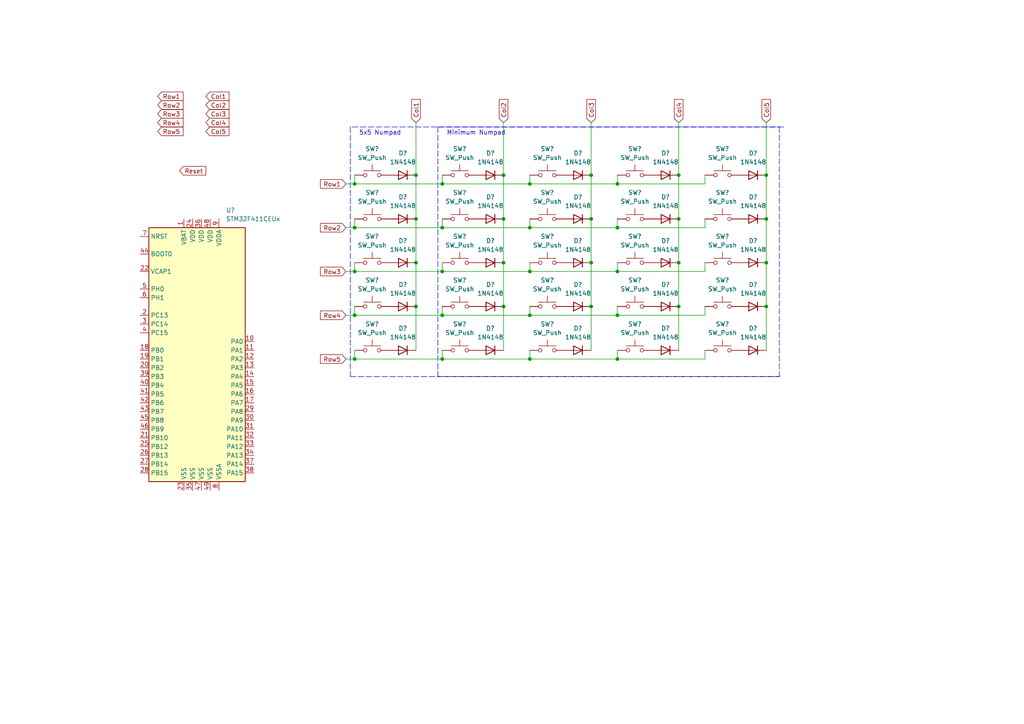
<source format=kicad_sch>
(kicad_sch (version 20211123) (generator eeschema)
  (paper "A4")
  (lib_symbols
    (symbol "Diode:1N4148" (pin_numbers hide) (pin_names hide)
      (property "Reference" "D" (at 0 2.54 0))
      (property "Value" "1N4148" (at 0 -2.54 0))
      (symbol "1N4148_0_1"
        (polyline (pts (xy -1.27 1.27) (xy -1.27 -1.27)) (stroke (width 0.254)))
        (polyline (pts (xy 1.27 0) (xy -1.27 0)))
        (polyline (pts (xy 1.27 1.27) (xy 1.27 -1.27) (xy -1.27 0) (xy 1.27 1.27)) (stroke (width 0.254)))
      )
      (symbol "1N4148_1_1"
        (pin passive line (at -3.81 0 0) (length 2.54) (name "K") (number "1"))
        (pin passive line (at 3.81 0 180) (length 2.54) (name "A") (number "2"))
      )
    )
    (symbol "MCU_ST_STM32F4:STM32F411CEUx"
      (property "Reference" "U" (at -15.24 36.83 0))
      (property "Value" "STM32F411CEUx" (at 7.62 36.83 0))
      (symbol "STM32F411CEUx_0_1"
        (rectangle (start -15.24 -38.1) (end 12.7 35.56) (stroke (width 0.254)) (fill (type background)))
      )
      (symbol "STM32F411CEUx_1_1"
        (pin power_in line (at -5.08 38.1 270) (length 2.54) (name "VBAT") (number "1"))
        (pin bidirectional line (at 15.24 2.54 180) (length 2.54) (name "PA0") (number "10"))
        (pin bidirectional line (at 15.24 0 180) (length 2.54) (name "PA1") (number "11"))
        (pin bidirectional line (at 15.24 -2.54 180) (length 2.54) (name "PA2") (number "12"))
        (pin bidirectional line (at 15.24 -5.08 180) (length 2.54) (name "PA3") (number "13"))
        (pin bidirectional line (at 15.24 -7.62 180) (length 2.54) (name "PA4") (number "14"))
        (pin bidirectional line (at 15.24 -10.16 180) (length 2.54) (name "PA5") (number "15"))
        (pin bidirectional line (at 15.24 -12.7 180) (length 2.54) (name "PA6") (number "16"))
        (pin bidirectional line (at 15.24 -15.24 180) (length 2.54) (name "PA7") (number "17"))
        (pin bidirectional line (at -17.78 0 0) (length 2.54) (name "PB0") (number "18"))
        (pin bidirectional line (at -17.78 -2.54 0) (length 2.54) (name "PB1") (number "19"))
        (pin bidirectional line (at -17.78 10.16 0) (length 2.54) (name "PC13") (number "2"))
        (pin bidirectional line (at -17.78 -5.08 0) (length 2.54) (name "PB2") (number "20"))
        (pin bidirectional line (at -17.78 -25.4 0) (length 2.54) (name "PB10") (number "21"))
        (pin power_in line (at -17.78 22.86 0) (length 2.54) (name "VCAP1") (number "22"))
        (pin power_in line (at -5.08 -40.64 90) (length 2.54) (name "VSS") (number "23"))
        (pin power_in line (at -2.54 38.1 270) (length 2.54) (name "VDD") (number "24"))
        (pin bidirectional line (at -17.78 -27.94 0) (length 2.54) (name "PB12") (number "25"))
        (pin bidirectional line (at -17.78 -30.48 0) (length 2.54) (name "PB13") (number "26"))
        (pin bidirectional line (at -17.78 -33.02 0) (length 2.54) (name "PB14") (number "27"))
        (pin bidirectional line (at -17.78 -35.56 0) (length 2.54) (name "PB15") (number "28"))
        (pin bidirectional line (at 15.24 -17.78 180) (length 2.54) (name "PA8") (number "29"))
        (pin bidirectional line (at -17.78 7.62 0) (length 2.54) (name "PC14") (number "3"))
        (pin bidirectional line (at 15.24 -20.32 180) (length 2.54) (name "PA9") (number "30"))
        (pin bidirectional line (at 15.24 -22.86 180) (length 2.54) (name "PA10") (number "31"))
        (pin bidirectional line (at 15.24 -25.4 180) (length 2.54) (name "PA11") (number "32"))
        (pin bidirectional line (at 15.24 -27.94 180) (length 2.54) (name "PA12") (number "33"))
        (pin bidirectional line (at 15.24 -30.48 180) (length 2.54) (name "PA13") (number "34"))
        (pin power_in line (at -2.54 -40.64 90) (length 2.54) (name "VSS") (number "35"))
        (pin power_in line (at 0 38.1 270) (length 2.54) (name "VDD") (number "36"))
        (pin bidirectional line (at 15.24 -33.02 180) (length 2.54) (name "PA14") (number "37"))
        (pin bidirectional line (at 15.24 -35.56 180) (length 2.54) (name "PA15") (number "38"))
        (pin bidirectional line (at -17.78 -7.62 0) (length 2.54) (name "PB3") (number "39"))
        (pin bidirectional line (at -17.78 5.08 0) (length 2.54) (name "PC15") (number "4"))
        (pin bidirectional line (at -17.78 -10.16 0) (length 2.54) (name "PB4") (number "40"))
        (pin bidirectional line (at -17.78 -12.7 0) (length 2.54) (name "PB5") (number "41"))
        (pin bidirectional line (at -17.78 -15.24 0) (length 2.54) (name "PB6") (number "42"))
        (pin bidirectional line (at -17.78 -17.78 0) (length 2.54) (name "PB7") (number "43"))
        (pin input line (at -17.78 27.94 0) (length 2.54) (name "BOOT0") (number "44"))
        (pin bidirectional line (at -17.78 -20.32 0) (length 2.54) (name "PB8") (number "45"))
        (pin bidirectional line (at -17.78 -22.86 0) (length 2.54) (name "PB9") (number "46"))
        (pin power_in line (at 0 -40.64 90) (length 2.54) (name "VSS") (number "47"))
        (pin power_in line (at 2.54 38.1 270) (length 2.54) (name "VDD") (number "48"))
        (pin power_in line (at 2.54 -40.64 90) (length 2.54) (name "VSS") (number "49"))
        (pin input line (at -17.78 17.78 0) (length 2.54) (name "PH0") (number "5"))
        (pin input line (at -17.78 15.24 0) (length 2.54) (name "PH1") (number "6"))
        (pin input line (at -17.78 33.02 0) (length 2.54) (name "NRST") (number "7"))
        (pin power_in line (at 5.08 -40.64 90) (length 2.54) (name "VSSA") (number "8"))
        (pin power_in line (at 5.08 38.1 270) (length 2.54) (name "VDDA") (number "9"))
      )
    )
    (symbol "Switch:SW_Push" (pin_numbers hide) (pin_names (offset 1.016) hide)
      (property "Reference" "SW" (at 1.27 2.54 0))
      (property "Value" "SW_Push" (at 0 -1.524 0))
      (symbol "SW_Push_0_1"
        (circle (center -2.032 0) (radius 0.508))
        (polyline (pts (xy 0 1.27) (xy 0 3.048)))
        (polyline (pts (xy 2.54 1.27) (xy -2.54 1.27)))
        (circle (center 2.032 0) (radius 0.508))
        (pin passive line (at -5.08 0 0) (length 2.54) (name "1") (number "1"))
        (pin passive line (at 5.08 0 180) (length 2.54) (name "2") (number "2"))
      )
    )
  )
  (junction (at 196.85 50.8))
  (junction (at 102.87 53.34))
  (junction (at 146.05 88.9))
  (junction (at 153.67 66.04))
  (junction (at 171.45 63.5))
  (junction (at 128.27 78.74))
  (junction (at 102.87 78.74))
  (junction (at 102.87 91.44))
  (junction (at 179.07 91.44))
  (junction (at 196.85 76.2))
  (junction (at 120.65 50.8))
  (junction (at 146.05 50.8))
  (junction (at 153.67 78.74))
  (junction (at 171.45 76.2))
  (junction (at 196.85 88.9))
  (junction (at 171.45 88.9))
  (junction (at 120.65 88.9))
  (junction (at 128.27 91.44))
  (junction (at 179.07 53.34))
  (junction (at 128.27 104.14))
  (junction (at 222.25 50.8))
  (junction (at 128.27 53.34))
  (junction (at 120.65 76.2))
  (junction (at 128.27 66.04))
  (junction (at 222.25 88.9))
  (junction (at 171.45 50.8))
  (junction (at 196.85 63.5))
  (junction (at 179.07 66.04))
  (junction (at 146.05 76.2))
  (junction (at 179.07 78.74))
  (junction (at 146.05 63.5))
  (junction (at 153.67 91.44))
  (junction (at 153.67 104.14))
  (junction (at 222.25 63.5))
  (junction (at 153.67 53.34))
  (junction (at 102.87 104.14))
  (junction (at 120.65 63.5))
  (junction (at 179.07 104.14))
  (junction (at 102.87 66.04))
  (junction (at 222.25 76.2))
  (polyline (pts (xy 101.6 109.22) (xy 226.06 109.22)))
  (wire (pts (xy 102.87 104.14) (xy 128.27 104.14)))
  (wire (pts (xy 120.65 76.2) (xy 120.65 88.9)))
  (wire (pts (xy 222.25 50.8) (xy 222.25 63.5)))
  (wire (pts (xy 196.85 76.2) (xy 196.85 88.9)))
  (wire (pts (xy 179.07 78.74) (xy 204.47 78.74)))
  (wire (pts (xy 102.87 91.44) (xy 128.27 91.44)))
  (wire (pts (xy 102.87 78.74) (xy 128.27 78.74)))
  (wire (pts (xy 128.27 91.44) (xy 153.67 91.44)))
  (wire (pts (xy 204.47 88.9) (xy 204.47 91.44)))
  (wire (pts (xy 102.87 76.2) (xy 102.87 78.74)))
  (wire (pts (xy 171.45 63.5) (xy 171.45 76.2)))
  (wire (pts (xy 196.85 88.9) (xy 196.85 101.6)))
  (wire (pts (xy 100.33 53.34) (xy 102.87 53.34)))
  (wire (pts (xy 128.27 63.5) (xy 128.27 66.04)))
  (wire (pts (xy 204.47 63.5) (xy 204.47 66.04)))
  (wire (pts (xy 179.07 88.9) (xy 179.07 91.44)))
  (wire (pts (xy 146.05 50.8) (xy 146.05 63.5)))
  (wire (pts (xy 204.47 101.6) (xy 204.47 104.14)))
  (wire (pts (xy 171.45 88.9) (xy 171.45 101.6)))
  (wire (pts (xy 102.87 50.8) (xy 102.87 53.34)))
  (wire (pts (xy 102.87 63.5) (xy 102.87 66.04)))
  (wire (pts (xy 153.67 101.6) (xy 153.67 104.14)))
  (wire (pts (xy 171.45 76.2) (xy 171.45 88.9)))
  (wire (pts (xy 179.07 76.2) (xy 179.07 78.74)))
  (wire (pts (xy 222.25 76.2) (xy 222.25 88.9)))
  (wire (pts (xy 153.67 88.9) (xy 153.67 91.44)))
  (polyline (pts (xy 226.06 36.83) (xy 226.06 109.22)))
  (wire (pts (xy 196.85 63.5) (xy 196.85 76.2)))
  (wire (pts (xy 120.65 50.8) (xy 120.65 63.5)))
  (wire (pts (xy 128.27 50.8) (xy 128.27 53.34)))
  (wire (pts (xy 102.87 66.04) (xy 128.27 66.04)))
  (wire (pts (xy 146.05 76.2) (xy 146.05 88.9)))
  (wire (pts (xy 179.07 101.6) (xy 179.07 104.14)))
  (polyline (pts (xy 226.06 109.22) (xy 127 109.22)))
  (wire (pts (xy 153.67 50.8) (xy 153.67 53.34)))
  (wire (pts (xy 179.07 63.5) (xy 179.07 66.04)))
  (wire (pts (xy 179.07 66.04) (xy 204.47 66.04)))
  (wire (pts (xy 102.87 53.34) (xy 128.27 53.34)))
  (wire (pts (xy 179.07 91.44) (xy 204.47 91.44)))
  (wire (pts (xy 196.85 50.8) (xy 196.85 63.5)))
  (wire (pts (xy 128.27 104.14) (xy 153.67 104.14)))
  (wire (pts (xy 120.65 63.5) (xy 120.65 76.2)))
  (wire (pts (xy 102.87 88.9) (xy 102.87 91.44)))
  (wire (pts (xy 204.47 76.2) (xy 204.47 78.74)))
  (wire (pts (xy 120.65 35.56) (xy 120.65 50.8)))
  (wire (pts (xy 153.67 78.74) (xy 179.07 78.74)))
  (wire (pts (xy 102.87 101.6) (xy 102.87 104.14)))
  (wire (pts (xy 100.33 66.04) (xy 102.87 66.04)))
  (wire (pts (xy 204.47 50.8) (xy 204.47 53.34)))
  (wire (pts (xy 100.33 78.74) (xy 102.87 78.74)))
  (wire (pts (xy 120.65 88.9) (xy 120.65 101.6)))
  (wire (pts (xy 128.27 88.9) (xy 128.27 91.44)))
  (polyline (pts (xy 101.6 36.83) (xy 101.6 109.22)))
  (wire (pts (xy 128.27 66.04) (xy 153.67 66.04)))
  (polyline (pts (xy 127 36.83) (xy 127 109.22)))
  (wire (pts (xy 153.67 63.5) (xy 153.67 66.04)))
  (wire (pts (xy 128.27 53.34) (xy 153.67 53.34)))
  (wire (pts (xy 222.25 88.9) (xy 222.25 101.6)))
  (polyline (pts (xy 227.33 36.83) (xy 101.6 36.83)))
  (wire (pts (xy 128.27 78.74) (xy 153.67 78.74)))
  (wire (pts (xy 153.67 104.14) (xy 179.07 104.14)))
  (wire (pts (xy 222.25 63.5) (xy 222.25 76.2)))
  (wire (pts (xy 179.07 50.8) (xy 179.07 53.34)))
  (wire (pts (xy 153.67 66.04) (xy 179.07 66.04)))
  (wire (pts (xy 222.25 35.56) (xy 222.25 50.8)))
  (polyline (pts (xy 127 36.83) (xy 226.06 36.83)))
  (wire (pts (xy 146.05 88.9) (xy 146.05 101.6)))
  (wire (pts (xy 196.85 35.56) (xy 196.85 50.8)))
  (wire (pts (xy 128.27 101.6) (xy 128.27 104.14)))
  (wire (pts (xy 146.05 63.5) (xy 146.05 76.2)))
  (wire (pts (xy 171.45 35.56) (xy 171.45 50.8)))
  (wire (pts (xy 146.05 35.56) (xy 146.05 50.8)))
  (wire (pts (xy 100.33 104.14) (xy 102.87 104.14)))
  (wire (pts (xy 171.45 50.8) (xy 171.45 63.5)))
  (wire (pts (xy 153.67 53.34) (xy 179.07 53.34)))
  (wire (pts (xy 100.33 91.44) (xy 102.87 91.44)))
  (wire (pts (xy 153.67 91.44) (xy 179.07 91.44)))
  (wire (pts (xy 128.27 76.2) (xy 128.27 78.74)))
  (wire (pts (xy 179.07 53.34) (xy 204.47 53.34)))
  (wire (pts (xy 179.07 104.14) (xy 204.47 104.14)))
  (wire (pts (xy 153.67 76.2) (xy 153.67 78.74)))
  (text "Minimum Numpad" (at 129.54 39.37 0) (effects (font (size 1.27 1.27)) (justify left bottom)))
  (text "5x5 Numpad" (at 104.14 39.37 0) (effects (font (size 1.27 1.27)) (justify left bottom)))
  (global_label "Row4" (shape input) (at 100.33 91.44 180) (property "Intersheet References" "${INTERSHEET_REFS}" (effects hide)))
  (global_label "Row3" (shape input) (at 45.72 33.02 0) (property "Intersheet References" "${INTERSHEET_REFS}" (effects hide)))
  (global_label "Col3" (shape input) (at 59.69 33.02 0) (property "Intersheet References" "${INTERSHEET_REFS}" (effects hide)))
  (global_label "Row4" (shape input) (at 45.72 35.56 0) (property "Intersheet References" "${INTERSHEET_REFS}" (effects hide)))
  (global_label "Col1" (shape input) (at 120.65 35.56 90) (property "Intersheet References" "${INTERSHEET_REFS}" (effects hide)))
  (global_label "Col4" (shape input) (at 196.85 35.56 90) (property "Intersheet References" "${INTERSHEET_REFS}" (effects hide)))
  (global_label "Col2" (shape input) (at 59.69 30.48 0) (property "Intersheet References" "${INTERSHEET_REFS}" (effects hide)))
  (global_label "Col2" (shape input) (at 146.05 35.56 90) (property "Intersheet References" "${INTERSHEET_REFS}" (effects hide)))
  (global_label "Row5" (shape input) (at 45.72 38.1 0) (property "Intersheet References" "${INTERSHEET_REFS}" (effects hide)))
  (global_label "Col4" (shape input) (at 59.69 35.56 0) (property "Intersheet References" "${INTERSHEET_REFS}" (effects hide)))
  (global_label "Reset" (shape input) (at 52.07 49.53 0) (property "Intersheet References" "${INTERSHEET_REFS}" (effects hide)))
  (global_label "Row5" (shape input) (at 100.33 104.14 180) (property "Intersheet References" "${INTERSHEET_REFS}" (effects hide)))
  (global_label "Row2" (shape input) (at 100.33 66.04 180) (property "Intersheet References" "${INTERSHEET_REFS}" (effects hide)))
  (global_label "Row3" (shape input) (at 100.33 78.74 180) (property "Intersheet References" "${INTERSHEET_REFS}" (effects hide)))
  (global_label "Col5" (shape input) (at 59.69 38.1 0) (property "Intersheet References" "${INTERSHEET_REFS}" (effects hide)))
  (global_label "Row1" (shape input) (at 100.33 53.34 180) (property "Intersheet References" "${INTERSHEET_REFS}" (effects hide)))
  (global_label "Row2" (shape input) (at 45.72 30.48 0) (property "Intersheet References" "${INTERSHEET_REFS}" (effects hide)))
  (global_label "Col1" (shape input) (at 59.69 27.94 0) (property "Intersheet References" "${INTERSHEET_REFS}" (effects hide)))
  (global_label "Col3" (shape input) (at 171.45 35.56 90) (property "Intersheet References" "${INTERSHEET_REFS}" (effects hide)))
  (global_label "Row1" (shape input) (at 45.72 27.94 0) (property "Intersheet References" "${INTERSHEET_REFS}" (effects hide)))
  (global_label "Col5" (shape input) (at 222.25 35.56 90) (property "Intersheet References" "${INTERSHEET_REFS}" (effects hide)))
  (symbol (lib_id "Diode:1N4148") (at 167.64 76.2 180) (unit 1)
    (property "Reference" "D?" (at 167.64 69.85 0))
    (property "Value" "1N4148" (at 167.64 72.39 0))
    (property "Footprint" "Diode_THT:D_DO-35_SOD27_P7.62mm_Horizontal" (effects hide))
    (property "Datasheet" "https://assets.nexperia.com/documents/data-sheet/1N4148_1N4448.pdf" (effects hide))
  )
  (symbol (lib_id "Diode:1N4148") (at 116.84 76.2 180) (unit 1)
    (property "Reference" "D?" (at 116.84 69.85 0))
    (property "Value" "1N4148" (at 116.84 72.39 0))
    (property "Footprint" "Diode_THT:D_DO-35_SOD27_P7.62mm_Horizontal" (effects hide))
    (property "Datasheet" "https://assets.nexperia.com/documents/data-sheet/1N4148_1N4448.pdf" (effects hide))
  )
  (symbol (lib_id "Diode:1N4148") (at 116.84 63.5 180) (unit 1)
    (property "Reference" "D?" (at 116.84 57.15 0))
    (property "Value" "1N4148" (at 116.84 59.69 0))
    (property "Footprint" "Diode_THT:D_DO-35_SOD27_P7.62mm_Horizontal" (effects hide))
    (property "Datasheet" "https://assets.nexperia.com/documents/data-sheet/1N4148_1N4448.pdf" (effects hide))
  )
  (symbol (lib_id "Switch:SW_Push") (at 133.35 50.8 0) (unit 1)
    (property "Reference" "SW?" (at 133.35 43.18 0))
    (property "Value" "SW_Push" (at 133.35 45.72 0))
  )
  (symbol (lib_id "Switch:SW_Push") (at 107.95 63.5 0) (unit 1)
    (property "Reference" "SW?" (at 107.95 55.88 0))
    (property "Value" "SW_Push" (at 107.95 58.42 0))
  )
  (symbol (lib_id "Diode:1N4148") (at 167.64 101.6 180) (unit 1)
    (property "Reference" "D?" (at 167.64 95.25 0))
    (property "Value" "1N4148" (at 167.64 97.79 0))
    (property "Footprint" "Diode_THT:D_DO-35_SOD27_P7.62mm_Horizontal" (effects hide))
    (property "Datasheet" "https://assets.nexperia.com/documents/data-sheet/1N4148_1N4448.pdf" (effects hide))
  )
  (symbol (lib_id "Switch:SW_Push") (at 158.75 88.9 0) (unit 1)
    (property "Reference" "SW?" (at 158.75 81.28 0))
    (property "Value" "SW_Push" (at 158.75 83.82 0))
  )
  (symbol (lib_id "Switch:SW_Push") (at 158.75 76.2 0) (unit 1)
    (property "Reference" "SW?" (at 158.75 68.58 0))
    (property "Value" "SW_Push" (at 158.75 71.12 0))
  )
  (symbol (lib_id "Switch:SW_Push") (at 107.95 101.6 0) (unit 1)
    (property "Reference" "SW?" (at 107.95 93.98 0))
    (property "Value" "SW_Push" (at 107.95 96.52 0))
  )
  (symbol (lib_id "Switch:SW_Push") (at 184.15 63.5 0) (unit 1)
    (property "Reference" "SW?" (at 184.15 55.88 0))
    (property "Value" "SW_Push" (at 184.15 58.42 0))
  )
  (symbol (lib_id "Diode:1N4148") (at 167.64 88.9 180) (unit 1)
    (property "Reference" "D?" (at 167.64 82.55 0))
    (property "Value" "1N4148" (at 167.64 85.09 0))
    (property "Footprint" "Diode_THT:D_DO-35_SOD27_P7.62mm_Horizontal" (effects hide))
    (property "Datasheet" "https://assets.nexperia.com/documents/data-sheet/1N4148_1N4448.pdf" (effects hide))
  )
  (symbol (lib_id "Switch:SW_Push") (at 184.15 88.9 0) (unit 1)
    (property "Reference" "SW?" (at 184.15 81.28 0))
    (property "Value" "SW_Push" (at 184.15 83.82 0))
  )
  (symbol (lib_id "Diode:1N4148") (at 218.44 101.6 180) (unit 1)
    (property "Reference" "D?" (at 218.44 95.25 0))
    (property "Value" "1N4148" (at 218.44 97.79 0))
    (property "Footprint" "Diode_THT:D_DO-35_SOD27_P7.62mm_Horizontal" (effects hide))
    (property "Datasheet" "https://assets.nexperia.com/documents/data-sheet/1N4148_1N4448.pdf" (effects hide))
  )
  (symbol (lib_id "Diode:1N4148") (at 142.24 63.5 180) (unit 1)
    (property "Reference" "D?" (at 142.24 57.15 0))
    (property "Value" "1N4148" (at 142.24 59.69 0))
    (property "Footprint" "Diode_THT:D_DO-35_SOD27_P7.62mm_Horizontal" (effects hide))
    (property "Datasheet" "https://assets.nexperia.com/documents/data-sheet/1N4148_1N4448.pdf" (effects hide))
  )
  (symbol (lib_id "Diode:1N4148") (at 142.24 88.9 180) (unit 1)
    (property "Reference" "D?" (at 142.24 82.55 0))
    (property "Value" "1N4148" (at 142.24 85.09 0))
    (property "Footprint" "Diode_THT:D_DO-35_SOD27_P7.62mm_Horizontal" (effects hide))
    (property "Datasheet" "https://assets.nexperia.com/documents/data-sheet/1N4148_1N4448.pdf" (effects hide))
  )
  (symbol (lib_id "Switch:SW_Push") (at 133.35 88.9 0) (unit 1)
    (property "Reference" "SW?" (at 133.35 81.28 0))
    (property "Value" "SW_Push" (at 133.35 83.82 0))
  )
  (symbol (lib_id "Switch:SW_Push") (at 133.35 76.2 0) (unit 1)
    (property "Reference" "SW?" (at 133.35 68.58 0))
    (property "Value" "SW_Push" (at 133.35 71.12 0))
  )
  (symbol (lib_id "Switch:SW_Push") (at 133.35 63.5 0) (unit 1)
    (property "Reference" "SW?" (at 133.35 55.88 0))
    (property "Value" "SW_Push" (at 133.35 58.42 0))
  )
  (symbol (lib_id "Switch:SW_Push") (at 107.95 88.9 0) (unit 1)
    (property "Reference" "SW?" (at 107.95 81.28 0))
    (property "Value" "SW_Push" (at 107.95 83.82 0))
  )
  (symbol (lib_id "Diode:1N4148") (at 218.44 63.5 180) (unit 1)
    (property "Reference" "D?" (at 218.44 57.15 0))
    (property "Value" "1N4148" (at 218.44 59.69 0))
    (property "Footprint" "Diode_THT:D_DO-35_SOD27_P7.62mm_Horizontal" (effects hide))
    (property "Datasheet" "https://assets.nexperia.com/documents/data-sheet/1N4148_1N4448.pdf" (effects hide))
  )
  (symbol (lib_id "Switch:SW_Push") (at 184.15 101.6 0) (unit 1)
    (property "Reference" "SW?" (at 184.15 93.98 0))
    (property "Value" "SW_Push" (at 184.15 96.52 0))
  )
  (symbol (lib_id "Diode:1N4148") (at 193.04 76.2 180) (unit 1)
    (property "Reference" "D?" (at 193.04 69.85 0))
    (property "Value" "1N4148" (at 193.04 72.39 0))
    (property "Footprint" "Diode_THT:D_DO-35_SOD27_P7.62mm_Horizontal" (effects hide))
    (property "Datasheet" "https://assets.nexperia.com/documents/data-sheet/1N4148_1N4448.pdf" (effects hide))
  )
  (symbol (lib_id "Diode:1N4148") (at 167.64 50.8 180) (unit 1)
    (property "Reference" "D?" (at 167.64 44.45 0))
    (property "Value" "1N4148" (at 167.64 46.99 0))
    (property "Footprint" "Diode_THT:D_DO-35_SOD27_P7.62mm_Horizontal" (effects hide))
    (property "Datasheet" "https://assets.nexperia.com/documents/data-sheet/1N4148_1N4448.pdf" (effects hide))
  )
  (symbol (lib_id "Diode:1N4148") (at 116.84 101.6 180) (unit 1)
    (property "Reference" "D?" (at 116.84 95.25 0))
    (property "Value" "1N4148" (at 116.84 97.79 0))
    (property "Footprint" "Diode_THT:D_DO-35_SOD27_P7.62mm_Horizontal" (effects hide))
    (property "Datasheet" "https://assets.nexperia.com/documents/data-sheet/1N4148_1N4448.pdf" (effects hide))
  )
  (symbol (lib_id "Diode:1N4148") (at 167.64 63.5 180) (unit 1)
    (property "Reference" "D?" (at 167.64 57.15 0))
    (property "Value" "1N4148" (at 167.64 59.69 0))
    (property "Footprint" "Diode_THT:D_DO-35_SOD27_P7.62mm_Horizontal" (effects hide))
    (property "Datasheet" "https://assets.nexperia.com/documents/data-sheet/1N4148_1N4448.pdf" (effects hide))
  )
  (symbol (lib_id "Switch:SW_Push") (at 184.15 76.2 0) (unit 1)
    (property "Reference" "SW?" (at 184.15 68.58 0))
    (property "Value" "SW_Push" (at 184.15 71.12 0))
  )
  (symbol (lib_id "Switch:SW_Push") (at 209.55 101.6 0) (unit 1)
    (property "Reference" "SW?" (at 209.55 93.98 0))
    (property "Value" "SW_Push" (at 209.55 96.52 0))
  )
  (symbol (lib_id "Diode:1N4148") (at 193.04 63.5 180) (unit 1)
    (property "Reference" "D?" (at 193.04 57.15 0))
    (property "Value" "1N4148" (at 193.04 59.69 0))
    (property "Footprint" "Diode_THT:D_DO-35_SOD27_P7.62mm_Horizontal" (effects hide))
    (property "Datasheet" "https://assets.nexperia.com/documents/data-sheet/1N4148_1N4448.pdf" (effects hide))
  )
  (symbol (lib_id "Diode:1N4148") (at 218.44 50.8 180) (unit 1)
    (property "Reference" "D?" (at 218.44 44.45 0))
    (property "Value" "1N4148" (at 218.44 46.99 0))
    (property "Footprint" "Diode_THT:D_DO-35_SOD27_P7.62mm_Horizontal" (effects hide))
    (property "Datasheet" "https://assets.nexperia.com/documents/data-sheet/1N4148_1N4448.pdf" (effects hide))
  )
  (symbol (lib_id "Diode:1N4148") (at 218.44 88.9 180) (unit 1)
    (property "Reference" "D?" (at 218.44 82.55 0))
    (property "Value" "1N4148" (at 218.44 85.09 0))
    (property "Footprint" "Diode_THT:D_DO-35_SOD27_P7.62mm_Horizontal" (effects hide))
    (property "Datasheet" "https://assets.nexperia.com/documents/data-sheet/1N4148_1N4448.pdf" (effects hide))
  )
  (symbol (lib_id "Diode:1N4148") (at 193.04 88.9 180) (unit 1)
    (property "Reference" "D?" (at 193.04 82.55 0))
    (property "Value" "1N4148" (at 193.04 85.09 0))
    (property "Footprint" "Diode_THT:D_DO-35_SOD27_P7.62mm_Horizontal" (effects hide))
    (property "Datasheet" "https://assets.nexperia.com/documents/data-sheet/1N4148_1N4448.pdf" (effects hide))
  )
  (symbol (lib_id "Switch:SW_Push") (at 158.75 101.6 0) (unit 1)
    (property "Reference" "SW?" (at 158.75 93.98 0))
    (property "Value" "SW_Push" (at 158.75 96.52 0))
  )
  (symbol (lib_id "Diode:1N4148") (at 218.44 76.2 180) (unit 1)
    (property "Reference" "D?" (at 218.44 69.85 0))
    (property "Value" "1N4148" (at 218.44 72.39 0))
    (property "Footprint" "Diode_THT:D_DO-35_SOD27_P7.62mm_Horizontal" (effects hide))
    (property "Datasheet" "https://assets.nexperia.com/documents/data-sheet/1N4148_1N4448.pdf" (effects hide))
  )
  (symbol (lib_id "Switch:SW_Push") (at 209.55 88.9 0) (unit 1)
    (property "Reference" "SW?" (at 209.55 81.28 0))
    (property "Value" "SW_Push" (at 209.55 83.82 0))
  )
  (symbol (lib_id "Diode:1N4148") (at 142.24 76.2 180) (unit 1)
    (property "Reference" "D?" (at 142.24 69.85 0))
    (property "Value" "1N4148" (at 142.24 72.39 0))
    (property "Footprint" "Diode_THT:D_DO-35_SOD27_P7.62mm_Horizontal" (effects hide))
    (property "Datasheet" "https://assets.nexperia.com/documents/data-sheet/1N4148_1N4448.pdf" (effects hide))
  )
  (symbol (lib_id "Switch:SW_Push") (at 158.75 63.5 0) (unit 1)
    (property "Reference" "SW?" (at 158.75 55.88 0))
    (property "Value" "SW_Push" (at 158.75 58.42 0))
  )
  (symbol (lib_id "Switch:SW_Push") (at 209.55 50.8 0) (unit 1)
    (property "Reference" "SW?" (at 209.55 43.18 0))
    (property "Value" "SW_Push" (at 209.55 45.72 0))
  )
  (symbol (lib_id "Diode:1N4148") (at 116.84 50.8 180) (unit 1)
    (property "Reference" "D?" (at 116.84 44.45 0))
    (property "Value" "1N4148" (at 116.84 46.99 0))
    (property "Footprint" "Diode_THT:D_DO-35_SOD27_P7.62mm_Horizontal" (effects hide))
    (property "Datasheet" "https://assets.nexperia.com/documents/data-sheet/1N4148_1N4448.pdf" (effects hide))
  )
  (symbol (lib_id "Switch:SW_Push") (at 184.15 50.8 0) (unit 1)
    (property "Reference" "SW?" (at 184.15 43.18 0))
    (property "Value" "SW_Push" (at 184.15 45.72 0))
  )
  (symbol (lib_id "Diode:1N4148") (at 193.04 50.8 180) (unit 1)
    (property "Reference" "D?" (at 193.04 44.45 0))
    (property "Value" "1N4148" (at 193.04 46.99 0))
    (property "Footprint" "Diode_THT:D_DO-35_SOD27_P7.62mm_Horizontal" (effects hide))
    (property "Datasheet" "https://assets.nexperia.com/documents/data-sheet/1N4148_1N4448.pdf" (effects hide))
  )
  (symbol (lib_id "MCU_ST_STM32F4:STM32F411CEUx") (at 58.42 101.6 0) (unit 1)
    (property "Reference" "U?" (at 65.5194 60.96 0) (effects (justify left)))
    (property "Value" "STM32F411CEUx" (at 65.5194 63.5 0) (effects (justify left)))
    (property "Footprint" "Package_DFN_QFN:QFN-48-1EP_7x7mm_P0.5mm_EP5.6x5.6mm" (effects hide))
    (property "Datasheet" "http://www.st.com/st-web-ui/static/active/en/resource/technical/document/datasheet/DM00115249.pdf" (effects hide))
  )
  (symbol (lib_id "Diode:1N4148") (at 116.84 88.9 180) (unit 1)
    (property "Reference" "D?" (at 116.84 82.55 0))
    (property "Value" "1N4148" (at 116.84 85.09 0))
    (property "Footprint" "Diode_THT:D_DO-35_SOD27_P7.62mm_Horizontal" (effects hide))
    (property "Datasheet" "https://assets.nexperia.com/documents/data-sheet/1N4148_1N4448.pdf" (effects hide))
  )
  (symbol (lib_id "Switch:SW_Push") (at 158.75 50.8 0) (unit 1)
    (property "Reference" "SW?" (at 158.75 43.18 0))
    (property "Value" "SW_Push" (at 158.75 45.72 0))
  )
  (symbol (lib_id "Switch:SW_Push") (at 209.55 76.2 0) (unit 1)
    (property "Reference" "SW?" (at 209.55 68.58 0))
    (property "Value" "SW_Push" (at 209.55 71.12 0))
  )
  (symbol (lib_id "Diode:1N4148") (at 193.04 101.6 180) (unit 1)
    (property "Reference" "D?" (at 193.04 95.25 0))
    (property "Value" "1N4148" (at 193.04 97.79 0))
    (property "Footprint" "Diode_THT:D_DO-35_SOD27_P7.62mm_Horizontal" (effects hide))
    (property "Datasheet" "https://assets.nexperia.com/documents/data-sheet/1N4148_1N4448.pdf" (effects hide))
  )
  (symbol (lib_id "Diode:1N4148") (at 142.24 50.8 180) (unit 1)
    (property "Reference" "D?" (at 142.24 44.45 0))
    (property "Value" "1N4148" (at 142.24 46.99 0))
    (property "Footprint" "Diode_THT:D_DO-35_SOD27_P7.62mm_Horizontal" (effects hide))
    (property "Datasheet" "https://assets.nexperia.com/documents/data-sheet/1N4148_1N4448.pdf" (effects hide))
  )
  (symbol (lib_id "Diode:1N4148") (at 142.24 101.6 180) (unit 1)
    (property "Reference" "D?" (at 142.24 95.25 0))
    (property "Value" "1N4148" (at 142.24 97.79 0))
    (property "Footprint" "Diode_THT:D_DO-35_SOD27_P7.62mm_Horizontal" (effects hide))
    (property "Datasheet" "https://assets.nexperia.com/documents/data-sheet/1N4148_1N4448.pdf" (effects hide))
  )
  (symbol (lib_id "Switch:SW_Push") (at 107.95 50.8 0) (unit 1)
    (property "Reference" "SW?" (at 107.95 43.18 0))
    (property "Value" "SW_Push" (at 107.95 45.72 0))
  )
  (symbol (lib_id "Switch:SW_Push") (at 133.35 101.6 0) (unit 1)
    (property "Reference" "SW?" (at 133.35 93.98 0))
    (property "Value" "SW_Push" (at 133.35 96.52 0))
  )
  (symbol (lib_id "Switch:SW_Push") (at 209.55 63.5 0) (unit 1)
    (property "Reference" "SW?" (at 209.55 55.88 0))
    (property "Value" "SW_Push" (at 209.55 58.42 0))
  )
  (symbol (lib_id "Switch:SW_Push") (at 107.95 76.2 0) (unit 1)
    (property "Reference" "SW?" (at 107.95 68.58 0))
    (property "Value" "SW_Push" (at 107.95 71.12 0))
  )
)
</source>
